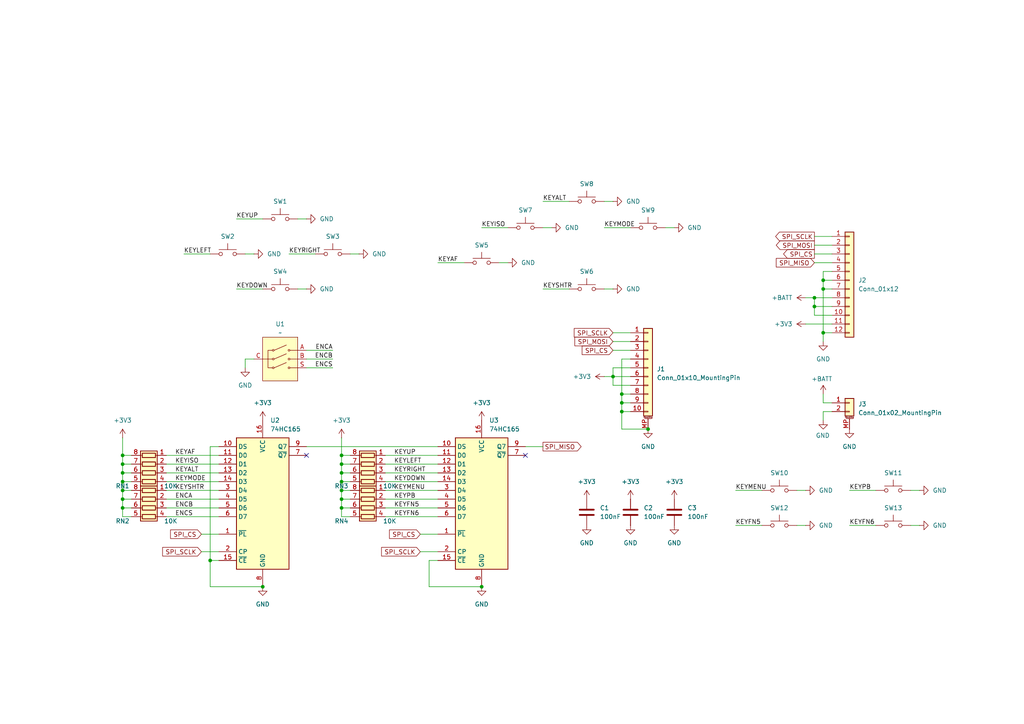
<source format=kicad_sch>
(kicad_sch (version 20231120) (generator "eeschema") (generator_version "8.0")
  (paper "A4")
  (title_block (title "Sitina 1 Grip Flex") (date "2024-06-09") (rev "R0.10") (company "Copyright 2024 Wenting Zhang"))
  (lib_symbols
    (symbol "+3V3_1" (power) (pin_names (offset 0))
      (property "Value" "+3V3_1" (at 0 3.556 0))
      (symbol "+3V3_1_0_1"
        (polyline (pts (xy -0.762 1.27) (xy 0 2.54)))
        (polyline (pts (xy 0 0) (xy 0 2.54)))
        (polyline (pts (xy 0 2.54) (xy 0.762 1.27)))
      )
      (symbol "+3V3_1_1_1"
        (pin power_in line (at 0 0 90) (length 0) hide (name "+3V3") (number "1"))
      )
    )
    (symbol "74xx:74HC165"
      (property "Reference" "U" (at -7.62 19.05 0))
      (property "Value" "74HC165" (at -7.62 -21.59 0))
      (symbol "74HC165_1_0"
        (pin input line (at -12.7 -10.16 0) (length 5.08) (name "~{PL}") (number "1"))
        (pin input line (at -12.7 15.24 0) (length 5.08) (name "DS") (number "10"))
        (pin input line (at -12.7 12.7 0) (length 5.08) (name "D0") (number "11"))
        (pin input line (at -12.7 10.16 0) (length 5.08) (name "D1") (number "12"))
        (pin input line (at -12.7 7.62 0) (length 5.08) (name "D2") (number "13"))
        (pin input line (at -12.7 5.08 0) (length 5.08) (name "D3") (number "14"))
        (pin input line (at -12.7 -17.78 0) (length 5.08) (name "~{CE}") (number "15"))
        (pin power_in line (at 0 22.86 270) (length 5.08) (name "VCC") (number "16"))
        (pin input line (at -12.7 -15.24 0) (length 5.08) (name "CP") (number "2"))
        (pin input line (at -12.7 2.54 0) (length 5.08) (name "D4") (number "3"))
        (pin input line (at -12.7 0 0) (length 5.08) (name "D5") (number "4"))
        (pin input line (at -12.7 -2.54 0) (length 5.08) (name "D6") (number "5"))
        (pin input line (at -12.7 -5.08 0) (length 5.08) (name "D7") (number "6"))
        (pin output line (at 12.7 12.7 180) (length 5.08) (name "~{Q7}") (number "7"))
        (pin power_in line (at 0 -25.4 90) (length 5.08) (name "GND") (number "8"))
        (pin output line (at 12.7 15.24 180) (length 5.08) (name "Q7") (number "9"))
      )
      (symbol "74HC165_1_1"
        (rectangle (start -7.62 17.78) (end 7.62 -20.32) (stroke (width 0.254)) (fill (type background)))
      )
    )
    (symbol "Connector_Generic:Conn_01x12" (pin_names (offset 1.016) hide)
      (property "Reference" "J" (at 0 15.24 0))
      (property "Value" "Conn_01x12" (at 0 -17.78 0))
      (symbol "Conn_01x12_1_1"
        (rectangle (start -1.27 -15.113) (end 0 -15.367) (stroke (width 0.1524)))
        (rectangle (start -1.27 -12.573) (end 0 -12.827) (stroke (width 0.1524)))
        (rectangle (start -1.27 -10.033) (end 0 -10.287) (stroke (width 0.1524)))
        (rectangle (start -1.27 -7.493) (end 0 -7.747) (stroke (width 0.1524)))
        (rectangle (start -1.27 -4.953) (end 0 -5.207) (stroke (width 0.1524)))
        (rectangle (start -1.27 -2.413) (end 0 -2.667) (stroke (width 0.1524)))
        (rectangle (start -1.27 0.127) (end 0 -0.127) (stroke (width 0.1524)))
        (rectangle (start -1.27 2.667) (end 0 2.413) (stroke (width 0.1524)))
        (rectangle (start -1.27 5.207) (end 0 4.953) (stroke (width 0.1524)))
        (rectangle (start -1.27 7.747) (end 0 7.493) (stroke (width 0.1524)))
        (rectangle (start -1.27 10.287) (end 0 10.033) (stroke (width 0.1524)))
        (rectangle (start -1.27 12.827) (end 0 12.573) (stroke (width 0.1524)))
        (rectangle (start -1.27 13.97) (end 1.27 -16.51) (stroke (width 0.254)) (fill (type background)))
        (pin passive line (at -5.08 12.7 0) (length 3.81) (name "Pin_1") (number "1"))
        (pin passive line (at -5.08 -10.16 0) (length 3.81) (name "Pin_10") (number "10"))
        (pin passive line (at -5.08 -12.7 0) (length 3.81) (name "Pin_11") (number "11"))
        (pin passive line (at -5.08 -15.24 0) (length 3.81) (name "Pin_12") (number "12"))
        (pin passive line (at -5.08 10.16 0) (length 3.81) (name "Pin_2") (number "2"))
        (pin passive line (at -5.08 7.62 0) (length 3.81) (name "Pin_3") (number "3"))
        (pin passive line (at -5.08 5.08 0) (length 3.81) (name "Pin_4") (number "4"))
        (pin passive line (at -5.08 2.54 0) (length 3.81) (name "Pin_5") (number "5"))
        (pin passive line (at -5.08 0 0) (length 3.81) (name "Pin_6") (number "6"))
        (pin passive line (at -5.08 -2.54 0) (length 3.81) (name "Pin_7") (number "7"))
        (pin passive line (at -5.08 -5.08 0) (length 3.81) (name "Pin_8") (number "8"))
        (pin passive line (at -5.08 -7.62 0) (length 3.81) (name "Pin_9") (number "9"))
      )
    )
    (symbol "Connector_Generic_MountingPin:Conn_01x02_MountingPin" (pin_names (offset 1.016) hide)
      (property "Reference" "J" (at 0 2.54 0))
      (property "Value" "Conn_01x02_MountingPin" (at 1.27 -5.08 0))
      (symbol "Conn_01x02_MountingPin_1_1"
        (rectangle (start -1.27 -2.413) (end 0 -2.667) (stroke (width 0.1524)))
        (rectangle (start -1.27 0.127) (end 0 -0.127) (stroke (width 0.1524)))
        (rectangle (start -1.27 1.27) (end 1.27 -3.81) (stroke (width 0.254)) (fill (type background)))
        (polyline (pts (xy -1.016 -4.572) (xy 1.016 -4.572)) (stroke (width 0.1524)))
        (text "Mounting" (at 0 -4.191 0) (effects (font (size 0.381 0.381))))
        (pin passive line (at -5.08 0 0) (length 3.81) (name "Pin_1") (number "1"))
        (pin passive line (at -5.08 -2.54 0) (length 3.81) (name "Pin_2") (number "2"))
        (pin passive line (at 0 -7.62 90) (length 3.048) (name "MountPin") (number "MP"))
      )
    )
    (symbol "Connector_Generic_MountingPin:Conn_01x10_MountingPin" (pin_names (offset 1.016) hide)
      (property "Reference" "J" (at 0 12.7 0))
      (property "Value" "Conn_01x10_MountingPin" (at 1.27 -15.24 0))
      (symbol "Conn_01x10_MountingPin_1_1"
        (rectangle (start -1.27 -12.573) (end 0 -12.827) (stroke (width 0.1524)))
        (rectangle (start -1.27 -10.033) (end 0 -10.287) (stroke (width 0.1524)))
        (rectangle (start -1.27 -7.493) (end 0 -7.747) (stroke (width 0.1524)))
        (rectangle (start -1.27 -4.953) (end 0 -5.207) (stroke (width 0.1524)))
        (rectangle (start -1.27 -2.413) (end 0 -2.667) (stroke (width 0.1524)))
        (rectangle (start -1.27 0.127) (end 0 -0.127) (stroke (width 0.1524)))
        (rectangle (start -1.27 2.667) (end 0 2.413) (stroke (width 0.1524)))
        (rectangle (start -1.27 5.207) (end 0 4.953) (stroke (width 0.1524)))
        (rectangle (start -1.27 7.747) (end 0 7.493) (stroke (width 0.1524)))
        (rectangle (start -1.27 10.287) (end 0 10.033) (stroke (width 0.1524)))
        (rectangle (start -1.27 11.43) (end 1.27 -13.97) (stroke (width 0.254)) (fill (type background)))
        (polyline (pts (xy -1.016 -14.732) (xy 1.016 -14.732)) (stroke (width 0.1524)))
        (text "Mounting" (at 0 -14.351 0) (effects (font (size 0.381 0.381))))
        (pin passive line (at -5.08 10.16 0) (length 3.81) (name "Pin_1") (number "1"))
        (pin passive line (at -5.08 -12.7 0) (length 3.81) (name "Pin_10") (number "10"))
        (pin passive line (at -5.08 7.62 0) (length 3.81) (name "Pin_2") (number "2"))
        (pin passive line (at -5.08 5.08 0) (length 3.81) (name "Pin_3") (number "3"))
        (pin passive line (at -5.08 2.54 0) (length 3.81) (name "Pin_4") (number "4"))
        (pin passive line (at -5.08 0 0) (length 3.81) (name "Pin_5") (number "5"))
        (pin passive line (at -5.08 -2.54 0) (length 3.81) (name "Pin_6") (number "6"))
        (pin passive line (at -5.08 -5.08 0) (length 3.81) (name "Pin_7") (number "7"))
        (pin passive line (at -5.08 -7.62 0) (length 3.81) (name "Pin_8") (number "8"))
        (pin passive line (at -5.08 -10.16 0) (length 3.81) (name "Pin_9") (number "9"))
        (pin passive line (at 0 -17.78 90) (length 3.048) (name "MountPin") (number "MP"))
      )
    )
    (symbol "Device:C" (pin_numbers hide) (pin_names (offset 0.254))
      (property "Reference" "C" (at 0.635 2.54 0))
      (property "Value" "C" (at 0.635 -2.54 0))
      (symbol "C_0_1"
        (polyline (pts (xy -2.032 -0.762) (xy 2.032 -0.762)) (stroke (width 0.508)))
        (polyline (pts (xy -2.032 0.762) (xy 2.032 0.762)) (stroke (width 0.508)))
      )
      (symbol "C_1_1"
        (pin passive line (at 0 3.81 270) (length 2.794) (name "~") (number "1"))
        (pin passive line (at 0 -3.81 90) (length 2.794) (name "~") (number "2"))
      )
    )
    (symbol "Device:R_Pack04" (pin_names (offset 0) hide)
      (property "Reference" "RN" (at -7.62 0 90))
      (property "Value" "R_Pack04" (at 5.08 0 90))
      (symbol "R_Pack04_0_1"
        (rectangle (start -6.35 -2.413) (end 3.81 2.413) (stroke (width 0.254)) (fill (type background)))
        (rectangle (start -5.715 1.905) (end -4.445 -1.905) (stroke (width 0.254)))
        (rectangle (start -3.175 1.905) (end -1.905 -1.905) (stroke (width 0.254)))
        (rectangle (start -0.635 1.905) (end 0.635 -1.905) (stroke (width 0.254)))
        (polyline (pts (xy -5.08 -2.54) (xy -5.08 -1.905)))
        (polyline (pts (xy -5.08 1.905) (xy -5.08 2.54)))
        (polyline (pts (xy -2.54 -2.54) (xy -2.54 -1.905)))
        (polyline (pts (xy -2.54 1.905) (xy -2.54 2.54)))
        (polyline (pts (xy 0 -2.54) (xy 0 -1.905)))
        (polyline (pts (xy 0 1.905) (xy 0 2.54)))
        (polyline (pts (xy 2.54 -2.54) (xy 2.54 -1.905)))
        (polyline (pts (xy 2.54 1.905) (xy 2.54 2.54)))
        (rectangle (start 1.905 1.905) (end 3.175 -1.905) (stroke (width 0.254)))
      )
      (symbol "R_Pack04_1_1"
        (pin passive line (at -5.08 -5.08 90) (length 2.54) (name "R1.1") (number "1"))
        (pin passive line (at -2.54 -5.08 90) (length 2.54) (name "R2.1") (number "2"))
        (pin passive line (at 0 -5.08 90) (length 2.54) (name "R3.1") (number "3"))
        (pin passive line (at 2.54 -5.08 90) (length 2.54) (name "R4.1") (number "4"))
        (pin passive line (at 2.54 5.08 270) (length 2.54) (name "R4.2") (number "5"))
        (pin passive line (at 0 5.08 270) (length 2.54) (name "R3.2") (number "6"))
        (pin passive line (at -2.54 5.08 270) (length 2.54) (name "R2.2") (number "7"))
        (pin passive line (at -5.08 5.08 270) (length 2.54) (name "R1.2") (number "8"))
      )
    )
    (symbol "Switch:SW_Push" (pin_numbers hide) (pin_names (offset 1.016) hide)
      (property "Reference" "SW" (at 1.27 2.54 0))
      (property "Value" "SW_Push" (at 0 -1.524 0))
      (symbol "SW_Push_0_1"
        (circle (center -2.032 0) (radius 0.508))
        (polyline (pts (xy 0 1.27) (xy 0 3.048)))
        (polyline (pts (xy 2.54 1.27) (xy -2.54 1.27)))
        (circle (center 2.032 0) (radius 0.508))
        (pin passive line (at -5.08 0 0) (length 2.54) (name "1") (number "1"))
        (pin passive line (at 5.08 0 180) (length 2.54) (name "2") (number "2"))
      )
    )
    (symbol "power:+3V3" (power) (pin_numbers hide) (pin_names (offset 0) hide)
      (property "Value" "+3V3" (at 0 3.556 0))
      (symbol "+3V3_0_1"
        (polyline (pts (xy -0.762 1.27) (xy 0 2.54)))
        (polyline (pts (xy 0 0) (xy 0 2.54)))
        (polyline (pts (xy 0 2.54) (xy 0.762 1.27)))
      )
      (symbol "+3V3_1_1"
        (pin power_in line (at 0 0 90) (length 0) (name "~") (number "1"))
      )
    )
    (symbol "power:+BATT" (power) (pin_names (offset 0))
      (property "Value" "+BATT" (at 0 3.556 0))
      (symbol "+BATT_0_1"
        (polyline (pts (xy -0.762 1.27) (xy 0 2.54)))
        (polyline (pts (xy 0 0) (xy 0 2.54)))
        (polyline (pts (xy 0 2.54) (xy 0.762 1.27)))
      )
      (symbol "+BATT_1_1"
        (pin power_in line (at 0 0 90) (length 0) hide (name "+BATT") (number "1"))
      )
    )
    (symbol "power:GND" (power) (pin_numbers hide) (pin_names (offset 0) hide)
      (property "Value" "GND" (at 0 -3.81 0))
      (symbol "GND_0_1"
        (polyline (pts (xy 0 0) (xy 0 -1.27) (xy 1.27 -1.27) (xy 0 -2.54) (xy -1.27 -1.27) (xy 0 -1.27)))
      )
      (symbol "GND_1_1"
        (pin power_in line (at 0 0 270) (length 0) (name "~") (number "1"))
      )
    )
    (symbol "symbols:SIQ-02FVS3"
      (property "Reference" "U" (at 0 0 0))
      (symbol "SIQ-02FVS3_0_1"
        (circle (center -2.032 -11.43) (radius 0.254))
        (circle (center -2.032 -8.89) (radius 0.254))
        (circle (center -2.032 -6.35) (radius 0.254))
        (polyline (pts (xy -2.286 -8.89) (xy -3.556 -8.89)))
        (polyline (pts (xy -1.778 -11.43) (xy 1.778 -9.906)))
        (polyline (pts (xy -1.778 -8.89) (xy 1.778 -7.366)))
        (polyline (pts (xy -1.778 -6.35) (xy 1.778 -4.826)))
        (polyline (pts (xy 2.794 -11.43) (xy 5.08 -11.43)))
        (polyline (pts (xy 2.794 -8.89) (xy 5.08 -8.89)))
        (polyline (pts (xy 2.794 -6.35) (xy 5.08 -6.35)))
        (polyline (pts (xy -3.556 -8.89) (xy -3.556 -11.43) (xy -2.286 -11.43)))
        (polyline (pts (xy -5.08 -8.89) (xy -3.556 -8.89) (xy -3.556 -6.35) (xy -2.286 -6.35)))
        (circle (center 2.54 -11.43) (radius 0.254))
        (circle (center 2.54 -8.89) (radius 0.254))
        (circle (center 2.54 -6.35) (radius 0.254))
      )
      (symbol "SIQ-02FVS3_1_1"
        (rectangle (start -5.08 -2.54) (end 5.08 -15.24) (fill (type background)))
        (pin input line (at 7.62 -6.35 180) (length 2.54) (name "") (number "A"))
        (pin input line (at 7.62 -8.89 180) (length 2.54) (name "") (number "B"))
        (pin input line (at -7.62 -8.89 0) (length 2.54) (name "") (number "C"))
        (pin input line (at 7.62 -11.43 180) (length 2.54) (name "") (number "S"))
      )
    )
  )
  (junction (at 60.96 162.56))
  (junction (at 35.56 137.16))
  (junction (at 76.2 170.18))
  (junction (at 236.22 86.36))
  (junction (at 177.8 109.22))
  (junction (at 35.56 139.7))
  (junction (at 236.22 88.9))
  (junction (at 35.56 132.08))
  (junction (at 180.34 116.84))
  (junction (at 187.96 124.46))
  (junction (at 99.06 137.16))
  (junction (at 238.76 83.82))
  (junction (at 139.7 170.18))
  (junction (at 99.06 147.32))
  (junction (at 238.76 96.52))
  (junction (at 35.56 147.32))
  (junction (at 35.56 134.62))
  (junction (at 180.34 114.3))
  (junction (at 99.06 132.08))
  (junction (at 99.06 142.24))
  (junction (at 35.56 144.78))
  (junction (at 99.06 139.7))
  (junction (at 180.34 119.38))
  (junction (at 99.06 134.62))
  (junction (at 99.06 144.78))
  (junction (at 238.76 81.28))
  (junction (at 35.56 142.24))
  (no_connect (at 88.9 132.08))
  (no_connect (at 152.4 132.08))
  (wire (pts (xy 177.8 96.52) (xy 182.88 96.52)))
  (wire (pts (xy 180.34 114.3) (xy 180.34 116.84)))
  (wire (pts (xy 236.22 88.9) (xy 236.22 86.36)))
  (wire (pts (xy 238.76 81.28) (xy 241.3 81.28)))
  (wire (pts (xy 99.06 144.78) (xy 101.6 144.78)))
  (wire (pts (xy 60.96 170.18) (xy 76.2 170.18)))
  (wire (pts (xy 236.22 73.66) (xy 241.3 73.66)))
  (wire (pts (xy 86.36 83.82) (xy 88.9 83.82)))
  (wire (pts (xy 99.06 139.7) (xy 99.06 142.24)))
  (wire (pts (xy 238.76 83.82) (xy 238.76 96.52)))
  (wire (pts (xy 35.56 142.24) (xy 38.1 142.24)))
  (wire (pts (xy 175.26 58.42) (xy 177.8 58.42)))
  (wire (pts (xy 175.26 83.82) (xy 177.8 83.82)))
  (wire (pts (xy 180.34 104.14) (xy 180.34 114.3)))
  (wire (pts (xy 35.56 137.16) (xy 38.1 137.16)))
  (wire (pts (xy 177.8 111.76) (xy 177.8 109.22)))
  (wire (pts (xy 180.34 119.38) (xy 182.88 119.38)))
  (wire (pts (xy 71.12 73.66) (xy 73.66 73.66)))
  (wire (pts (xy 175.26 66.04) (xy 182.88 66.04)))
  (wire (pts (xy 48.26 139.7) (xy 63.5 139.7)))
  (wire (pts (xy 121.92 154.94) (xy 127 154.94)))
  (wire (pts (xy 238.76 81.28) (xy 238.76 83.82)))
  (wire (pts (xy 246.38 152.4) (xy 254 152.4)))
  (wire (pts (xy 35.56 134.62) (xy 38.1 134.62)))
  (wire (pts (xy 111.76 147.32) (xy 127 147.32)))
  (wire (pts (xy 180.34 116.84) (xy 182.88 116.84)))
  (wire (pts (xy 35.56 144.78) (xy 35.56 147.32)))
  (wire (pts (xy 101.6 73.66) (xy 104.14 73.66)))
  (wire (pts (xy 180.34 124.46) (xy 187.96 124.46)))
  (wire (pts (xy 35.56 137.16) (xy 35.56 139.7)))
  (wire (pts (xy 213.36 152.4) (xy 220.98 152.4)))
  (wire (pts (xy 236.22 88.9) (xy 241.3 88.9)))
  (wire (pts (xy 101.6 149.86) (xy 99.06 149.86)))
  (wire (pts (xy 157.48 58.42) (xy 165.1 58.42)))
  (wire (pts (xy 99.06 132.08) (xy 101.6 132.08)))
  (wire (pts (xy 63.5 129.54) (xy 60.96 129.54)))
  (wire (pts (xy 71.12 104.14) (xy 71.12 106.68)))
  (wire (pts (xy 99.06 139.7) (xy 101.6 139.7)))
  (wire (pts (xy 58.42 154.94) (xy 63.5 154.94)))
  (wire (pts (xy 177.8 99.06) (xy 182.88 99.06)))
  (wire (pts (xy 121.92 160.02) (xy 127 160.02)))
  (wire (pts (xy 99.06 142.24) (xy 101.6 142.24)))
  (wire (pts (xy 175.26 109.22) (xy 177.8 109.22)))
  (wire (pts (xy 233.68 86.36) (xy 236.22 86.36)))
  (wire (pts (xy 182.88 111.76) (xy 177.8 111.76)))
  (wire (pts (xy 236.22 76.2) (xy 241.3 76.2)))
  (wire (pts (xy 246.38 142.24) (xy 254 142.24)))
  (wire (pts (xy 58.42 160.02) (xy 63.5 160.02)))
  (wire (pts (xy 35.56 139.7) (xy 38.1 139.7)))
  (wire (pts (xy 48.26 142.24) (xy 63.5 142.24)))
  (wire (pts (xy 35.56 144.78) (xy 38.1 144.78)))
  (wire (pts (xy 99.06 134.62) (xy 101.6 134.62)))
  (wire (pts (xy 111.76 139.7) (xy 127 139.7)))
  (wire (pts (xy 99.06 147.32) (xy 99.06 149.86)))
  (wire (pts (xy 238.76 119.38) (xy 238.76 121.92)))
  (wire (pts (xy 231.14 142.24) (xy 233.68 142.24)))
  (wire (pts (xy 88.9 106.68) (xy 96.52 106.68)))
  (wire (pts (xy 236.22 91.44) (xy 236.22 88.9)))
  (wire (pts (xy 48.26 147.32) (xy 63.5 147.32)))
  (wire (pts (xy 124.46 162.56) (xy 124.46 170.18)))
  (wire (pts (xy 241.3 119.38) (xy 238.76 119.38)))
  (wire (pts (xy 35.56 132.08) (xy 35.56 134.62)))
  (wire (pts (xy 231.14 152.4) (xy 233.68 152.4)))
  (wire (pts (xy 238.76 78.74) (xy 238.76 81.28)))
  (wire (pts (xy 83.82 73.66) (xy 91.44 73.66)))
  (wire (pts (xy 193.04 66.04) (xy 195.58 66.04)))
  (wire (pts (xy 35.56 127) (xy 35.56 132.08)))
  (wire (pts (xy 152.4 129.54) (xy 157.48 129.54)))
  (wire (pts (xy 35.56 147.32) (xy 35.56 149.86)))
  (wire (pts (xy 127 76.2) (xy 134.62 76.2)))
  (wire (pts (xy 264.16 142.24) (xy 266.7 142.24)))
  (wire (pts (xy 60.96 129.54) (xy 60.96 162.56)))
  (wire (pts (xy 86.36 63.5) (xy 88.9 63.5)))
  (wire (pts (xy 177.8 101.6) (xy 182.88 101.6)))
  (wire (pts (xy 236.22 71.12) (xy 241.3 71.12)))
  (wire (pts (xy 157.48 66.04) (xy 160.02 66.04)))
  (wire (pts (xy 99.06 127) (xy 99.06 132.08)))
  (wire (pts (xy 35.56 142.24) (xy 35.56 144.78)))
  (wire (pts (xy 139.7 66.04) (xy 147.32 66.04)))
  (wire (pts (xy 35.56 147.32) (xy 38.1 147.32)))
  (wire (pts (xy 111.76 144.78) (xy 127 144.78)))
  (wire (pts (xy 88.9 129.54) (xy 127 129.54)))
  (wire (pts (xy 241.3 116.84) (xy 238.76 116.84)))
  (wire (pts (xy 236.22 86.36) (xy 241.3 86.36)))
  (wire (pts (xy 35.56 139.7) (xy 35.56 142.24)))
  (wire (pts (xy 35.56 132.08) (xy 38.1 132.08)))
  (wire (pts (xy 35.56 134.62) (xy 35.56 137.16)))
  (wire (pts (xy 38.1 149.86) (xy 35.56 149.86)))
  (wire (pts (xy 99.06 144.78) (xy 99.06 147.32)))
  (wire (pts (xy 68.58 63.5) (xy 76.2 63.5)))
  (wire (pts (xy 111.76 132.08) (xy 127 132.08)))
  (wire (pts (xy 233.68 93.98) (xy 241.3 93.98)))
  (wire (pts (xy 99.06 134.62) (xy 99.06 137.16)))
  (wire (pts (xy 111.76 142.24) (xy 127 142.24)))
  (wire (pts (xy 182.88 106.68) (xy 177.8 106.68)))
  (wire (pts (xy 60.96 162.56) (xy 63.5 162.56)))
  (wire (pts (xy 53.34 73.66) (xy 60.96 73.66)))
  (wire (pts (xy 177.8 106.68) (xy 177.8 109.22)))
  (wire (pts (xy 88.9 101.6) (xy 96.52 101.6)))
  (wire (pts (xy 99.06 142.24) (xy 99.06 144.78)))
  (wire (pts (xy 180.34 114.3) (xy 182.88 114.3)))
  (wire (pts (xy 177.8 109.22) (xy 182.88 109.22)))
  (wire (pts (xy 213.36 142.24) (xy 220.98 142.24)))
  (wire (pts (xy 99.06 147.32) (xy 101.6 147.32)))
  (wire (pts (xy 88.9 104.14) (xy 96.52 104.14)))
  (wire (pts (xy 111.76 134.62) (xy 127 134.62)))
  (wire (pts (xy 180.34 119.38) (xy 180.34 124.46)))
  (wire (pts (xy 241.3 91.44) (xy 236.22 91.44)))
  (wire (pts (xy 73.66 104.14) (xy 71.12 104.14)))
  (wire (pts (xy 180.34 116.84) (xy 180.34 119.38)))
  (wire (pts (xy 264.16 152.4) (xy 266.7 152.4)))
  (wire (pts (xy 238.76 96.52) (xy 241.3 96.52)))
  (wire (pts (xy 99.06 137.16) (xy 99.06 139.7)))
  (wire (pts (xy 48.26 137.16) (xy 63.5 137.16)))
  (wire (pts (xy 144.78 76.2) (xy 147.32 76.2)))
  (wire (pts (xy 48.26 134.62) (xy 63.5 134.62)))
  (wire (pts (xy 60.96 162.56) (xy 60.96 170.18)))
  (wire (pts (xy 111.76 149.86) (xy 127 149.86)))
  (wire (pts (xy 99.06 137.16) (xy 101.6 137.16)))
  (wire (pts (xy 236.22 68.58) (xy 241.3 68.58)))
  (wire (pts (xy 48.26 149.86) (xy 63.5 149.86)))
  (wire (pts (xy 238.76 83.82) (xy 241.3 83.82)))
  (wire (pts (xy 68.58 83.82) (xy 76.2 83.82)))
  (wire (pts (xy 127 162.56) (xy 124.46 162.56)))
  (wire (pts (xy 48.26 132.08) (xy 63.5 132.08)))
  (wire (pts (xy 241.3 78.74) (xy 238.76 78.74)))
  (wire (pts (xy 124.46 170.18) (xy 139.7 170.18)))
  (wire (pts (xy 48.26 144.78) (xy 63.5 144.78)))
  (wire (pts (xy 238.76 96.52) (xy 238.76 99.06)))
  (wire (pts (xy 157.48 83.82) (xy 165.1 83.82)))
  (wire (pts (xy 111.76 137.16) (xy 127 137.16)))
  (wire (pts (xy 99.06 132.08) (xy 99.06 134.62)))
  (wire (pts (xy 238.76 116.84) (xy 238.76 114.3)))
  (wire (pts (xy 182.88 104.14) (xy 180.34 104.14)))
  (label "ENCS" (at 96.52 106.68 180))
  (label "KEYRIGHT" (at 83.82 73.66 0))
  (label "ENCB" (at 96.52 104.14 180))
  (label "KEYISO" (at 50.8 134.62 0))
  (label "KEYPB" (at 114.3 144.78 0))
  (label "KEYMENU" (at 213.36 142.24 0))
  (label "KEYMODE" (at 175.26 66.04 0))
  (label "KEYLEFT" (at 53.34 73.66 0))
  (label "KEYUP" (at 68.58 63.5 0))
  (label "KEYSHTR" (at 157.48 83.82 0))
  (label "KEYDOWN" (at 114.3 139.7 0))
  (label "KEYFN6" (at 114.3 149.86 0))
  (label "KEYUP" (at 114.3 132.08 0))
  (label "KEYMODE" (at 50.8 139.7 0))
  (label "KEYALT" (at 50.8 137.16 0))
  (label "KEYISO" (at 139.7 66.04 0))
  (label "ENCA" (at 50.8 144.78 0))
  (label "ENCA" (at 96.52 101.6 180))
  (label "KEYALT" (at 157.48 58.42 0))
  (label "KEYLEFT" (at 114.3 134.62 0))
  (label "KEYMENU" (at 114.3 142.24 0))
  (label "KEYFN5" (at 114.3 147.32 0))
  (label "KEYDOWN" (at 68.58 83.82 0))
  (label "KEYAF" (at 50.8 132.08 0))
  (label "KEYAF" (at 127 76.2 0))
  (label "KEYSHTR" (at 50.8 142.24 0))
  (label "ENCB" (at 50.8 147.32 0))
  (label "KEYRIGHT" (at 114.3 137.16 0))
  (label "KEYPB" (at 246.38 142.24 0))
  (label "ENCS" (at 50.8 149.86 0))
  (label "KEYFN5" (at 213.36 152.4 0))
  (label "KEYFN6" (at 246.38 152.4 0))
  (global_label "SPI_CS" (shape input) (at 58.42 154.94 180) (property "Intersheetrefs" "${INTERSHEET_REFS}" (effects (hide yes))))
  (global_label "SPI_SCLK" (shape input) (at 121.92 160.02 180) (property "Intersheetrefs" "${INTERSHEET_REFS}" (effects (hide yes))))
  (global_label "SPI_MISO" (shape input) (at 236.22 76.2 180) (property "Intersheetrefs" "${INTERSHEET_REFS}" (effects (hide yes))))
  (global_label "SPI_SCLK" (shape input) (at 177.8 96.52 180) (property "Intersheetrefs" "${INTERSHEET_REFS}" (effects (hide yes))))
  (global_label "SPI_MOSI" (shape input) (at 177.8 99.06 180) (property "Intersheetrefs" "${INTERSHEET_REFS}" (effects (hide yes))))
  (global_label "SPI_MISO" (shape output) (at 157.48 129.54 0) (property "Intersheetrefs" "${INTERSHEET_REFS}" (effects (hide yes))))
  (global_label "SPI_CS" (shape input) (at 177.8 101.6 180) (property "Intersheetrefs" "${INTERSHEET_REFS}" (effects (hide yes))))
  (global_label "SPI_CS" (shape output) (at 236.22 73.66 180) (property "Intersheetrefs" "${INTERSHEET_REFS}" (effects (hide yes))))
  (global_label "SPI_SCLK" (shape output) (at 236.22 68.58 180) (property "Intersheetrefs" "${INTERSHEET_REFS}" (effects (hide yes))))
  (global_label "SPI_CS" (shape input) (at 121.92 154.94 180) (property "Intersheetrefs" "${INTERSHEET_REFS}" (effects (hide yes))))
  (global_label "SPI_MOSI" (shape output) (at 236.22 71.12 180) (property "Intersheetrefs" "${INTERSHEET_REFS}" (effects (hide yes))))
  (global_label "SPI_SCLK" (shape input) (at 58.42 160.02 180) (property "Intersheetrefs" "${INTERSHEET_REFS}" (effects (hide yes))))
  (symbol (lib_id "Device:C") (at 195.58 148.59 0) (mirror y) (unit 1)
    (property "Reference" "C3" (at 199.39 147.3199 0) (effects (justify right)))
    (property "Value" "100nF" (at 199.39 149.8599 0) (effects (justify right)))
    (property "Footprint" "Capacitor_SMD:C_0402_1005Metric" (effects (hide yes)))
    (property "Description" "Unpolarized capacitor" (effects (hide yes)))
  )
  (symbol (lib_id "power:+3V3") (at 99.06 127 0) (unit 1)
    (property "Reference" "#PWR027" (effects (hide yes)))
    (property "Value" "+3V3" (at 99.06 121.92 0))
    (property "Description" "Power symbol creates a global label with name \"+3V3\"" (effects (hide yes)))
  )
  (symbol (lib_id "Switch:SW_Push") (at 259.08 152.4 0) (unit 1)
    (property "Reference" "SW13" (at 259.08 147.32 0))
    (property "Footprint" "footprints:HX-TS5208A" (effects (hide yes)))
    (property "Description" "Push button switch, generic, two pins" (effects (hide yes)))
  )
  (symbol (lib_id "power:GND") (at 71.12 106.68 0) (unit 1)
    (property "Reference" "#PWR010" (effects (hide yes)))
    (property "Value" "GND" (at 71.12 111.76 0))
    (property "Description" "Power symbol creates a global label with name \"GND\" , ground" (effects (hide yes)))
  )
  (symbol (lib_id "Switch:SW_Push") (at 226.06 152.4 0) (unit 1)
    (property "Reference" "SW12" (at 226.06 147.32 0))
    (property "Footprint" "footprints:HX-TS5208A" (effects (hide yes)))
    (property "Description" "Push button switch, generic, two pins" (effects (hide yes)))
  )
  (symbol (lib_id "power:GND") (at 238.76 99.06 0) (unit 1)
    (property "Reference" "#PWR030" (effects (hide yes)))
    (property "Value" "GND" (at 238.76 104.14 0))
  )
  (symbol (lib_id "power:GND") (at 88.9 83.82 90) (unit 1)
    (property "Reference" "#PWR03" (effects (hide yes)))
    (property "Value" "GND" (at 92.71 83.8199 90) (effects (justify right)))
    (property "Description" "Power symbol creates a global label with name \"GND\" , ground" (effects (hide yes)))
  )
  (symbol (lib_id "power:GND") (at 266.7 142.24 90) (unit 1)
    (property "Reference" "#PWR032" (effects (hide yes)))
    (property "Value" "GND" (at 270.51 142.2399 90) (effects (justify right)))
    (property "Description" "Power symbol creates a global label with name \"GND\" , ground" (effects (hide yes)))
  )
  (symbol (lib_id "Device:R_Pack04") (at 106.68 147.32 90) (mirror x) (unit 1)
    (property "Reference" "RN4" (at 99.06 151.13 90))
    (property "Value" "10K" (at 113.03 151.13 90))
    (property "Footprint" "Resistor_SMD:R_Array_Convex_4x0402" (effects (hide yes)))
  )
  (symbol (lib_id "Connector_Generic_MountingPin:Conn_01x02_MountingPin") (at 246.38 116.84 0) (unit 1)
    (property "Reference" "J3" (at 248.92 117.1955 0) (effects (justify left)))
    (property "Value" "Conn_01x02_MountingPin" (at 248.92 119.7355 0) (effects (justify left)))
    (property "Footprint" "Connector_JST:JST_PH_S2B-PH-SM4-TB_1x02-1MP_P2.00mm_Horizontal" (effects (hide yes)))
    (property "Description" "Generic connectable mounting pin connector, single row, 01x02, script generated (kicad-library-utils/schlib/autogen/connector/)" (effects (hide yes)))
  )
  (symbol (lib_id "power:+BATT") (at 233.68 86.36 90) (unit 1)
    (property "Reference" "#PWR028" (effects (hide yes)))
    (property "Value" "+BATT" (at 229.87 86.36 90) (effects (justify left)))
  )
  (symbol (lib_id "power:GND") (at 238.76 121.92 0) (mirror y) (unit 1)
    (property "Reference" "#PWR024" (effects (hide yes)))
    (property "Value" "GND" (at 238.633 126.3142 0))
  )
  (symbol (lib_id "power:+3V3") (at 35.56 127 0) (unit 1)
    (property "Reference" "#PWR026" (effects (hide yes)))
    (property "Value" "+3V3" (at 35.56 121.92 0))
    (property "Description" "Power symbol creates a global label with name \"+3V3\"" (effects (hide yes)))
  )
  (symbol (lib_id "power:+3V3") (at 195.58 144.78 0) (unit 1)
    (property "Reference" "#PWR020" (effects (hide yes)))
    (property "Value" "+3V3" (at 195.58 139.7 0))
    (property "Description" "Power symbol creates a global label with name \"+3V3\"" (effects (hide yes)))
  )
  (symbol (lib_id "Switch:SW_Push") (at 96.52 73.66 0) (unit 1)
    (property "Reference" "SW3" (at 96.52 68.58 0))
    (property "Footprint" "footprints:HX-TS5208A" (effects (hide yes)))
    (property "Description" "Push button switch, generic, two pins" (effects (hide yes)))
  )
  (symbol (lib_id "74xx:74HC165") (at 76.2 144.78 0) (unit 1)
    (property "Reference" "U2" (at 78.3941 121.92 0) (effects (justify left)))
    (property "Value" "74HC165" (at 78.3941 124.46 0) (effects (justify left)))
    (property "Footprint" "Package_SO:TSSOP-16_4.4x5mm_P0.65mm" (effects (hide yes)))
    (property "Datasheet" "https://assets.nexperia.com/documents/data-sheet/74HC_HCT165.pdf" (effects (hide yes)))
    (property "Description" "Shift Register, 8-bit, Parallel Load" (effects (hide yes)))
  )
  (symbol (lib_id "power:GND") (at 195.58 152.4 0) (unit 1)
    (property "Reference" "#PWR022" (effects (hide yes)))
    (property "Value" "GND" (at 195.58 157.48 0))
    (property "Description" "Power symbol creates a global label with name \"GND\" , ground" (effects (hide yes)))
  )
  (symbol (lib_id "power:+3V3") (at 182.88 144.78 0) (unit 1)
    (property "Reference" "#PWR019" (effects (hide yes)))
    (property "Value" "+3V3" (at 182.88 139.7 0))
    (property "Description" "Power symbol creates a global label with name \"+3V3\"" (effects (hide yes)))
  )
  (symbol (lib_id "Switch:SW_Push") (at 170.18 83.82 0) (unit 1)
    (property "Reference" "SW6" (at 170.18 78.74 0))
    (property "Footprint" "footprints:HX-TS5208A" (effects (hide yes)))
    (property "Description" "Push button switch, generic, two pins" (effects (hide yes)))
  )
  (symbol (lib_id "Switch:SW_Push") (at 259.08 142.24 0) (unit 1)
    (property "Reference" "SW11" (at 259.08 137.16 0))
    (property "Footprint" "footprints:HX-TS5208A" (effects (hide yes)))
    (property "Description" "Push button switch, generic, two pins" (effects (hide yes)))
  )
  (symbol (lib_id "power:GND") (at 233.68 152.4 90) (unit 1)
    (property "Reference" "#PWR033" (effects (hide yes)))
    (property "Value" "GND" (at 237.49 152.3999 90) (effects (justify right)))
    (property "Description" "Power symbol creates a global label with name \"GND\" , ground" (effects (hide yes)))
  )
  (symbol (lib_id "Switch:SW_Push") (at 187.96 66.04 0) (unit 1)
    (property "Reference" "SW9" (at 187.96 60.96 0))
    (property "Footprint" "footprints:HX-TS5208A" (effects (hide yes)))
    (property "Description" "Push button switch, generic, two pins" (effects (hide yes)))
  )
  (symbol (lib_id "Switch:SW_Push") (at 170.18 58.42 0) (unit 1)
    (property "Reference" "SW8" (at 170.18 53.34 0))
    (property "Footprint" "footprints:HX-TS5208A" (effects (hide yes)))
    (property "Description" "Push button switch, generic, two pins" (effects (hide yes)))
  )
  (symbol (lib_name "+3V3_1") (lib_id "power:+3V3") (at 233.68 93.98 90) (unit 1)
    (property "Reference" "#PWR029" (effects (hide yes)))
    (property "Value" "+3V3" (at 229.87 93.98 90) (effects (justify left)))
  )
  (symbol (lib_id "power:GND") (at 233.68 142.24 90) (unit 1)
    (property "Reference" "#PWR031" (effects (hide yes)))
    (property "Value" "GND" (at 237.49 142.2399 90) (effects (justify right)))
    (property "Description" "Power symbol creates a global label with name \"GND\" , ground" (effects (hide yes)))
  )
  (symbol (lib_id "Switch:SW_Push") (at 226.06 142.24 0) (unit 1)
    (property "Reference" "SW10" (at 226.06 137.16 0))
    (property "Footprint" "footprints:HX-TS5208A" (effects (hide yes)))
    (property "Description" "Push button switch, generic, two pins" (effects (hide yes)))
  )
  (symbol (lib_id "Switch:SW_Push") (at 81.28 83.82 0) (unit 1)
    (property "Reference" "SW4" (at 81.28 78.74 0))
    (property "Footprint" "footprints:HX-TS5208A" (effects (hide yes)))
    (property "Description" "Push button switch, generic, two pins" (effects (hide yes)))
  )
  (symbol (lib_id "power:+BATT") (at 238.76 114.3 0) (mirror y) (unit 1)
    (property "Reference" "#PWR023" (effects (hide yes)))
    (property "Value" "+BATT" (at 238.379 109.9058 0))
  )
  (symbol (lib_id "Device:C") (at 182.88 148.59 0) (mirror y) (unit 1)
    (property "Reference" "C2" (at 186.69 147.3199 0) (effects (justify right)))
    (property "Value" "100nF" (at 186.69 149.8599 0) (effects (justify right)))
    (property "Footprint" "Capacitor_SMD:C_0402_1005Metric" (effects (hide yes)))
    (property "Description" "Unpolarized capacitor" (effects (hide yes)))
  )
  (symbol (lib_id "power:GND") (at 195.58 66.04 90) (unit 1)
    (property "Reference" "#PWR09" (effects (hide yes)))
    (property "Value" "GND" (at 199.39 66.0399 90) (effects (justify right)))
    (property "Description" "Power symbol creates a global label with name \"GND\" , ground" (effects (hide yes)))
  )
  (symbol (lib_id "Connector_Generic:Conn_01x12") (at 246.38 81.28 0) (unit 1)
    (property "Reference" "J2" (at 248.92 81.2799 0) (effects (justify left)))
    (property "Value" "Conn_01x12" (at 248.92 83.8199 0) (effects (justify left)))
    (property "Footprint" "footprints:FPC_12" (effects (hide yes)))
    (property "Description" "Generic connector, single row, 01x12, script generated (kicad-library-utils/schlib/autogen/connector/)" (effects (hide yes)))
  )
  (symbol (lib_id "power:GND") (at 73.66 73.66 90) (unit 1)
    (property "Reference" "#PWR04" (effects (hide yes)))
    (property "Value" "GND" (at 77.47 73.6599 90) (effects (justify right)))
    (property "Description" "Power symbol creates a global label with name \"GND\" , ground" (effects (hide yes)))
  )
  (symbol (lib_id "power:GND") (at 160.02 66.04 90) (unit 1)
    (property "Reference" "#PWR07" (effects (hide yes)))
    (property "Value" "GND" (at 163.83 66.0399 90) (effects (justify right)))
    (property "Description" "Power symbol creates a global label with name \"GND\" , ground" (effects (hide yes)))
  )
  (symbol (lib_id "power:GND") (at 104.14 73.66 90) (unit 1)
    (property "Reference" "#PWR02" (effects (hide yes)))
    (property "Value" "GND" (at 107.95 73.6599 90) (effects (justify right)))
    (property "Description" "Power symbol creates a global label with name \"GND\" , ground" (effects (hide yes)))
  )
  (symbol (lib_id "Connector_Generic_MountingPin:Conn_01x10_MountingPin") (at 187.96 106.68 0) (unit 1)
    (property "Reference" "J1" (at 190.5 107.0355 0) (effects (justify left)))
    (property "Value" "Conn_01x10_MountingPin" (at 190.5 109.5755 0) (effects (justify left)))
    (property "Footprint" "Connector_FFC-FPC:Hirose_FH12-10S-0.5SH_1x10-1MP_P0.50mm_Horizontal" (effects (hide yes)))
    (property "Description" "Generic connectable mounting pin connector, single row, 01x10, script generated (kicad-library-utils/schlib/autogen/connector/)" (effects (hide yes)))
  )
  (symbol (lib_id "power:+3V3") (at 175.26 109.22 90) (unit 1)
    (property "Reference" "#PWR016" (effects (hide yes)))
    (property "Value" "+3V3" (at 171.45 109.2199 90) (effects (justify left)))
    (property "Description" "Power symbol creates a global label with name \"+3V3\"" (effects (hide yes)))
  )
  (symbol (lib_id "symbols:SIQ-02FVS3") (at 81.28 95.25 0) (unit 1)
    (property "Reference" "U1" (at 81.28 93.98 0))
    (property "Value" "~" (at 81.28 96.52 0))
    (property "Footprint" "footprints:SIQ-02FVS3_L" (effects (hide yes)))
  )
  (symbol (lib_id "power:GND") (at 182.88 152.4 0) (unit 1)
    (property "Reference" "#PWR021" (effects (hide yes)))
    (property "Value" "GND" (at 182.88 157.48 0))
    (property "Description" "Power symbol creates a global label with name \"GND\" , ground" (effects (hide yes)))
  )
  (symbol (lib_id "power:GND") (at 76.2 170.18 0) (unit 1)
    (property "Reference" "#PWR013" (effects (hide yes)))
    (property "Value" "GND" (at 76.2 175.26 0))
    (property "Description" "Power symbol creates a global label with name \"GND\" , ground" (effects (hide yes)))
  )
  (symbol (lib_id "power:GND") (at 139.7 170.18 0) (unit 1)
    (property "Reference" "#PWR014" (effects (hide yes)))
    (property "Value" "GND" (at 139.7 175.26 0))
    (property "Description" "Power symbol creates a global label with name \"GND\" , ground" (effects (hide yes)))
  )
  (symbol (lib_id "power:GND") (at 177.8 83.82 90) (unit 1)
    (property "Reference" "#PWR06" (effects (hide yes)))
    (property "Value" "GND" (at 181.61 83.8199 90) (effects (justify right)))
    (property "Description" "Power symbol creates a global label with name \"GND\" , ground" (effects (hide yes)))
  )
  (symbol (lib_id "Device:R_Pack04") (at 43.18 147.32 90) (mirror x) (unit 1)
    (property "Reference" "RN2" (at 35.56 151.13 90))
    (property "Value" "10K" (at 49.53 151.13 90))
    (property "Footprint" "Resistor_SMD:R_Array_Convex_4x0402" (effects (hide yes)))
  )
  (symbol (lib_id "Switch:SW_Push") (at 139.7 76.2 0) (unit 1)
    (property "Reference" "SW5" (at 139.7 71.12 0))
    (property "Footprint" "footprints:HX-TS5208A" (effects (hide yes)))
    (property "Description" "Push button switch, generic, two pins" (effects (hide yes)))
  )
  (symbol (lib_id "power:+3V3") (at 139.7 121.92 0) (unit 1)
    (property "Reference" "#PWR012" (effects (hide yes)))
    (property "Value" "+3V3" (at 139.7 116.84 0))
    (property "Description" "Power symbol creates a global label with name \"+3V3\"" (effects (hide yes)))
  )
  (symbol (lib_id "Device:R_Pack04") (at 106.68 137.16 90) (mirror x) (unit 1)
    (property "Reference" "RN3" (at 99.06 140.97 90))
    (property "Value" "10K" (at 113.03 140.97 90))
    (property "Footprint" "Resistor_SMD:R_Array_Convex_4x0402" (effects (hide yes)))
  )
  (symbol (lib_id "power:GND") (at 88.9 63.5 90) (unit 1)
    (property "Reference" "#PWR01" (effects (hide yes)))
    (property "Value" "GND" (at 92.71 63.4999 90) (effects (justify right)))
    (property "Description" "Power symbol creates a global label with name \"GND\" , ground" (effects (hide yes)))
  )
  (symbol (lib_id "Switch:SW_Push") (at 81.28 63.5 0) (unit 1)
    (property "Reference" "SW1" (at 81.28 58.42 0))
    (property "Footprint" "footprints:HX-TS5208A" (effects (hide yes)))
    (property "Description" "Push button switch, generic, two pins" (effects (hide yes)))
  )
  (symbol (lib_id "power:+3V3") (at 170.18 144.78 0) (unit 1)
    (property "Reference" "#PWR018" (effects (hide yes)))
    (property "Value" "+3V3" (at 170.18 139.7 0))
    (property "Description" "Power symbol creates a global label with name \"+3V3\"" (effects (hide yes)))
  )
  (symbol (lib_id "74xx:74HC165") (at 139.7 144.78 0) (unit 1)
    (property "Reference" "U3" (at 141.8941 121.92 0) (effects (justify left)))
    (property "Value" "74HC165" (at 141.8941 124.46 0) (effects (justify left)))
    (property "Footprint" "Package_SO:TSSOP-16_4.4x5mm_P0.65mm" (effects (hide yes)))
    (property "Datasheet" "https://assets.nexperia.com/documents/data-sheet/74HC_HCT165.pdf" (effects (hide yes)))
    (property "Description" "Shift Register, 8-bit, Parallel Load" (effects (hide yes)))
  )
  (symbol (lib_id "Device:R_Pack04") (at 43.18 137.16 90) (mirror x) (unit 1)
    (property "Reference" "RN1" (at 35.56 140.97 90))
    (property "Value" "10K" (at 49.53 140.97 90))
    (property "Footprint" "Resistor_SMD:R_Array_Convex_4x0402" (effects (hide yes)))
  )
  (symbol (lib_id "Switch:SW_Push") (at 152.4 66.04 0) (unit 1)
    (property "Reference" "SW7" (at 152.4 60.96 0))
    (property "Footprint" "footprints:HX-TS5208A" (effects (hide yes)))
    (property "Description" "Push button switch, generic, two pins" (effects (hide yes)))
  )
  (symbol (lib_id "power:GND") (at 147.32 76.2 90) (unit 1)
    (property "Reference" "#PWR05" (effects (hide yes)))
    (property "Value" "GND" (at 151.13 76.1999 90) (effects (justify right)))
    (property "Description" "Power symbol creates a global label with name \"GND\" , ground" (effects (hide yes)))
  )
  (symbol (lib_id "power:GND") (at 170.18 152.4 0) (unit 1)
    (property "Reference" "#PWR017" (effects (hide yes)))
    (property "Value" "GND" (at 170.18 157.48 0))
    (property "Description" "Power symbol creates a global label with name \"GND\" , ground" (effects (hide yes)))
  )
  (symbol (lib_id "power:+3V3") (at 76.2 121.92 0) (unit 1)
    (property "Reference" "#PWR011" (effects (hide yes)))
    (property "Value" "+3V3" (at 76.2 116.84 0))
    (property "Description" "Power symbol creates a global label with name \"+3V3\"" (effects (hide yes)))
  )
  (symbol (lib_id "power:GND") (at 187.96 124.46 0) (unit 1)
    (property "Reference" "#PWR015" (effects (hide yes)))
    (property "Value" "GND" (at 187.96 129.54 0))
    (property "Description" "Power symbol creates a global label with name \"GND\" , ground" (effects (hide yes)))
  )
  (symbol (lib_id "Device:C") (at 170.18 148.59 0) (mirror y) (unit 1)
    (property "Reference" "C1" (at 173.99 147.3199 0) (effects (justify right)))
    (property "Value" "100nF" (at 173.99 149.8599 0) (effects (justify right)))
    (property "Footprint" "Capacitor_SMD:C_0402_1005Metric" (effects (hide yes)))
    (property "Description" "Unpolarized capacitor" (effects (hide yes)))
  )
  (symbol (lib_id "power:GND") (at 246.38 124.46 0) (unit 1)
    (property "Reference" "#PWR025" (effects (hide yes)))
    (property "Value" "GND" (at 246.38 129.54 0))
    (property "Description" "Power symbol creates a global label with name \"GND\" , ground" (effects (hide yes)))
  )
  (symbol (lib_id "power:GND") (at 177.8 58.42 90) (unit 1)
    (property "Reference" "#PWR08" (effects (hide yes)))
    (property "Value" "GND" (at 181.61 58.4199 90) (effects (justify right)))
    (property "Description" "Power symbol creates a global label with name \"GND\" , ground" (effects (hide yes)))
  )
  (symbol (lib_id "power:GND") (at 266.7 152.4 90) (unit 1)
    (property "Reference" "#PWR034" (effects (hide yes)))
    (property "Value" "GND" (at 270.51 152.3999 90) (effects (justify right)))
    (property "Description" "Power symbol creates a global label with name \"GND\" , ground" (effects (hide yes)))
  )
  (symbol (lib_id "Switch:SW_Push") (at 66.04 73.66 0) (unit 1)
    (property "Reference" "SW2" (at 66.04 68.58 0))
    (property "Footprint" "footprints:HX-TS5208A" (effects (hide yes)))
    (property "Description" "Push button switch, generic, two pins" (effects (hide yes)))
  )
)
</source>
